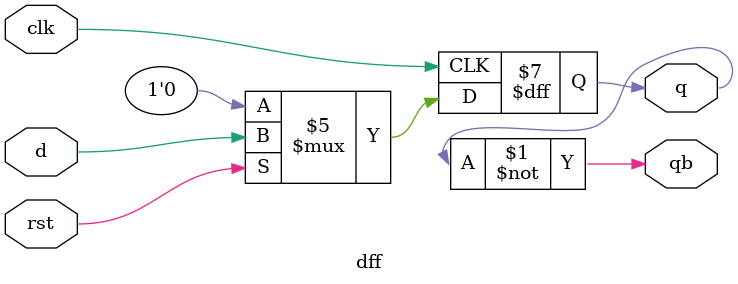
<source format=v>
module dff
(						//Ä£¿éÃû¼°²ÎÊý¶¨Òå
input clk,rst,d,	
output reg q,
output wire qb
);

assign qb = ~q;

always @( posedge clk )   //Ö»ÓÐclkÉÏÉýÑØÊ±¿Ì´¥·¢
	if(!rst)				  //¸´Î»ÐÅºÅÅÐ¶Ï£¬µÍÓÐÐ§
		q <= 1'b0;        //¸´Î»ÓÐÐ§Ê±ÇåÁã
	else
		q <= d;           //´¥·¢Ê±Êä³öqÖµÎªÊäÈëd

endmodule 
</source>
